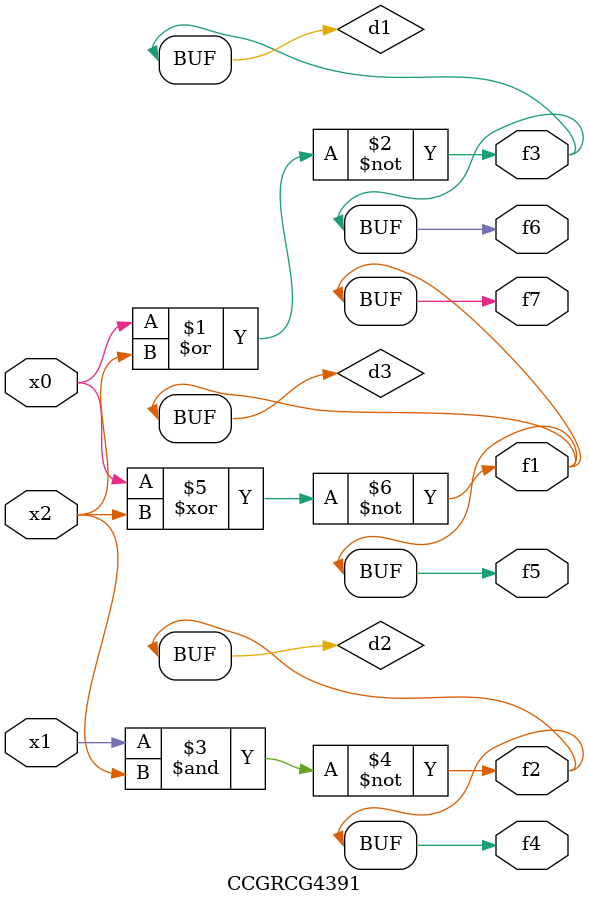
<source format=v>
module CCGRCG4391(
	input x0, x1, x2,
	output f1, f2, f3, f4, f5, f6, f7
);

	wire d1, d2, d3;

	nor (d1, x0, x2);
	nand (d2, x1, x2);
	xnor (d3, x0, x2);
	assign f1 = d3;
	assign f2 = d2;
	assign f3 = d1;
	assign f4 = d2;
	assign f5 = d3;
	assign f6 = d1;
	assign f7 = d3;
endmodule

</source>
